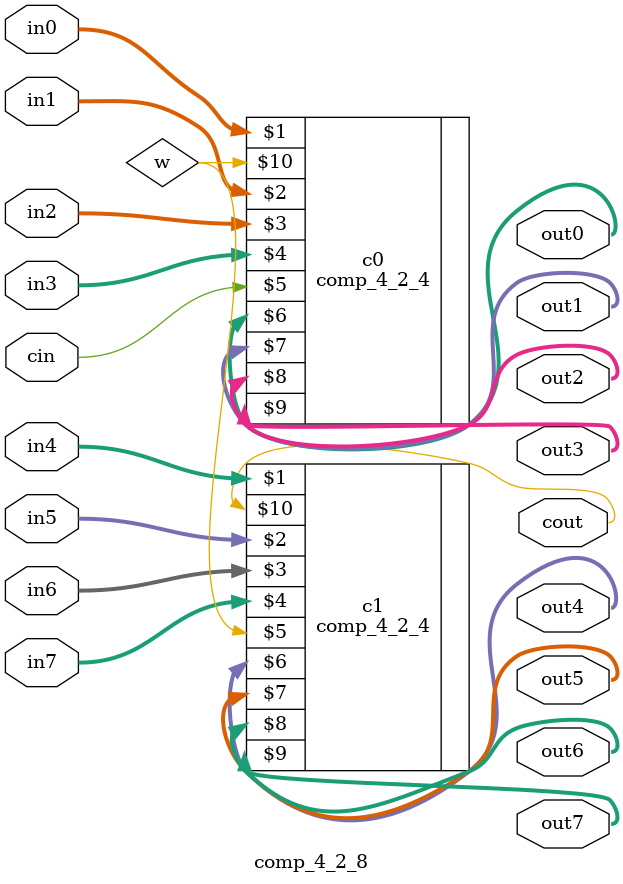
<source format=v>
module comp_4_2_8(
    input [3:0] in0,
    input [3:0] in1,
    input [3:0] in2,
    input [3:0] in3,
    input [3:0] in4,
    input [3:0] in5,
    input [3:0] in6,
    input [3:0] in7,
    input cin,
    output [1:0] out0,
    output [1:0] out1,
    output [1:0] out2,
    output [1:0] out3,
    output [1:0] out4,
    output [1:0] out5,
    output [1:0] out6,
    output [1:0] out7,
    output cout
    );

    wire w;
    comp_4_2_4 c0(
        in0[3:0], in1[3:0], in2[3:0], in3[3:0],
        cin,
        out0[1:0], out1[1:0], out2[1:0], out3[1:0],
        w
    );
    comp_4_2_4 c1(
        in4[3:0], in5[3:0], in6[3:0], in7[3:0],
        w,
        out4[1:0], out5[1:0], out6[1:0], out7[1:0],
        cout
    );


endmodule
</source>
